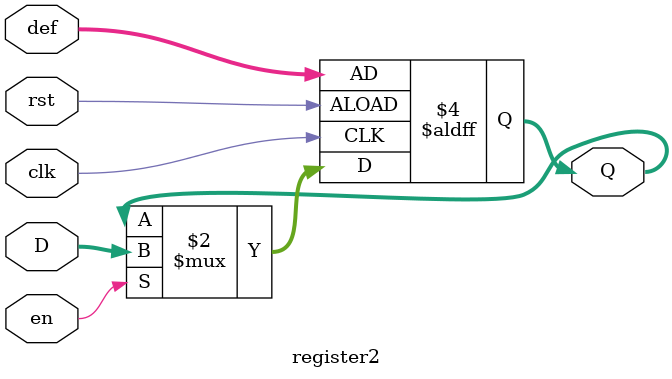
<source format=sv>
module psg
  (output logic [15:0] led,
   output logic ampPWM, ampSD,
   output logic [1:0] JC,
   input  logic cpuClk, clk100, btnCpuReset,
   input  logic we_l, oe_l,
   input  logic [7:0] databus);
   
    //enable pwm output
    assign ampSD = 1'b1;

    logic [3:0] vol0, vol1, vol2, vol3;
    logic [9:0] tone0, tone1, tone2;
    logic [2:0] noise;
    logic we_l, oe_l;
    logic [7:0] databus;
    logic [10:0] regEn, nextEn;
    logic [6:0] dutyCycle;
    logic toneOut0, toneOut1, toneOut2;
    logic signal;

    assign led[10:0] = regEn;

    psgFSM psgFSM0(vol0, vol1, vol2, vol3, tone0, tone1, tone2, noise, regEn, nextEn,
             cpuClk, we_l, oe_l, ~btnCpuReset, databus);    
    
    toneMaker tm0(toneOut0, clk100, ~btnCpuReset, tone0);
    toneMaker tm1(toneOut1, clk100, ~btnCpuReset, tone1);
    toneMaker tm2(toneOut2, clk100, ~btnCpuReset, tone2);
    
    assign dutyCycle = (toneOut0 * (vol0)) + (toneOut1 * (vol1)) + (toneOut2 * (vol2)) + (1'b0 * (vol3)); //TODO: noise
    signalMaker sm0(signal, clk100, ~btnCpuReset, dutyCycle); 
    assign ampPWM = signal;
    
    assign JC = {toneOut0, signal};

endmodule: psg

//creates the each tone -- not PWM
module toneMaker
    (output logic toneOut,
     input  logic clk, rst,
     input  logic [9:0] tone);
     
     bit done, up;
     bit [19:0] cycles, currCycle;
     
     assign cycles = tone * 447;

    always_ff @(posedge clk, posedge rst) begin
        if (rst) begin
            toneOut <= 1'b0;
            currCycle <= 20'b0;
        end
        else begin
            if ((currCycle == cycles) && (cycles != 20'b0)) begin
                currCycle <= 20'b0;
                toneOut <= ~toneOut;
            end
            else currCycle <= currCycle + 1'b1;
        end
    end
    
endmodule: toneMaker

//outputs a given duty cycle
module signalMaker
    (output logic signal,
     input  logic clk, rst,
     input  logic [6:0] dutyCycle);

    logic [6:0] count;

    always_ff @(posedge clk, posedge rst) begin
        if (rst) begin
            count <= 7'b0;
            signal <= 1'b0;
        end
        else begin
            //signal output logic
            if (count < dutyCycle) signal <= 1'b1;
            else signal <= 1'b0;
            
            //done with 100 clock cycles?
            if (count == 100) count <= 7'b0; //reset count to 0          
            else count <= count + 1'b1;
        end
    end

endmodule: signalMaker

/* write to 0x7f */
module psgFSM
  (output logic [3:0] vol0, vol1, vol2, vol3,
   output logic [9:0] tone0, tone1, tone2, 
   output logic [2:0] noise,
   output logic [10:0] regEn, nextEn,
   input  logic clk, we_l, oe_l, rst,
   input  logic [7:0] databus);

  bit [3:0] volD, vol0_internal, vol1_internal, vol2_internal, vol3_internal;
  bit [9:0] whiteNoiseCounter;
  bit [5:0] toneDUpper, tone0U, tone1U, tone2U;
  bit [3:0] toneDLower, tone0L, tone1L, tone2L;
  bit [2:0] noiseD;
  bit [10:0] en;
  bit whiteNoiseRegEn;

  assign vol0 = (~oe_l) ? ~vol0_internal : 4'b0000;
  assign vol1 = (~oe_l) ? ~vol1_internal : 4'b0000;
  assign vol2 = (~oe_l) ? ~vol2_internal : 4'b0000;
  assign vol3 = (~oe_l) ? ~vol3_internal : 4'b0000;

  assign tone0 = {tone0U, tone0L};
  assign tone1 = {tone1U, tone1L};
  assign tone2 = {tone2U, tone2L};

  enum logic [1:0] {Start, Wait, LatchData, Data} currS, nextS;

  assign state = currS;

  always_ff @(posedge clk, posedge rst)
    if (rst) currS <= Start;
    else currS <= nextS;

  //next state logic
  assign nextS = (we_l) ? Wait : (databus[7] ? LatchData : Data);

  bit t;
  bit [1:0] c;
  bit [5:0] d;

  always_comb begin
    //latch/data
    if (currS == LatchData) begin
      c = databus[6:5];
      t = databus[4];
      d = {2'b0, databus[3:0]}; //only use [3:0] of d
    end
    //data, latch stays the same
    else begin
      c = 2'b0;
      t = 1'b0;
      d = databus[5:0];
    end
  end

    assign regEn = en;// & ((we_l) ? 11'b0 : 11'b111_1111_1111);

    //register enables and save databus values
    always_ff @(posedge clk, posedge rst) begin
        if (rst) begin
            en <= 11'b000_0000_0000;
            nextEn <= 11'b000_0000_0000;
            volD <= 4'b1111;
            toneDUpper <= 6'b0;
            toneDLower <= 4'b0;
            noiseD <= 3'b0;
            vol0_internal <= 4'b1111;
            vol1_internal <= 4'b1111;
            vol2_internal <= 4'b1111;
            vol3_internal <= 4'b1111;
            tone0L <= 4'b0;
            tone1L <= 4'b0;
            tone2L <= 4'b0;
            noise <= 3'b0;
            tone0U <= 6'b0;
            tone1U <= 6'b0;
            tone2U <= 6'b0;
        end
    else begin
        //load values
        volD <= d[3:0];
        toneDUpper <= d;
        toneDLower <= d[3:0];
        noiseD <= d[2:0];
        
        if (currS == LatchData) begin
          unique case ({t, c})
            //type = 0
            3'b000: begin
              en <= 11'b000_0001_0000; //enable tone0
              nextEn <= 11'b001_0000_0000; //upper bits of tone0
            end
            3'b001: begin
              en <= 11'b000_0010_0000; //enable tone1
              nextEn <= 11'b010_0000_0000; //upper bits of tone1
            end
            3'b010: begin
              en <= 11'b000_0100_0000; //enable tone2
              nextEn <= 11'b100_0000_0000; //upper bits of tone2
            end
            3'b011: begin
              en <= 11'b000_1000_0000; //enable noise
              nextEn <= 11'b000_1000_0000;
            end
    
            //type = 1
            3'b100: begin
              en <= 11'b000_0000_0001; //enable vol0
              nextEn <= 11'b000_0000_0001;
            end
            3'b101: begin
              en <= 11'b000_0000_0010; //enable vol1
              nextEn <= 11'b000_0000_0010;
            end
            3'b110: begin
              en <= 11'b000_0000_0100; //enable vol2
              nextEn <= 11'b000_0000_0100;
            end
            3'b111: begin
              en <= 11'b000_0000_1000; //enable vol3
              nextEn <= 11'b000_0000_1000;
            end
          endcase
        end
        else if (currS == Wait) en <= 11'b0;
        else en <= nextEn;
        
        //registers
        if (en[0]) vol0_internal <= volD;
        else if (en[1]) vol1_internal <= volD;
        else if (en[2]) vol2_internal <= volD;
        else if (en[3]) vol3_internal <= volD;
        else if (en[4]) tone0L <= toneDLower;
        else if (en[5]) tone1L <= toneDLower;
        else if (en[6]) tone2L <= toneDLower;
        else if (en[7]) noise <= noiseD;
        else if (en[8]) tone0U <= toneDUpper;
        else if (en[9]) tone1U <= toneDUpper;
        else if (en[10]) tone2U <= toneDUpper;
    end
  end

endmodule: psgFSM

/* register with default value */
module register2
  #(parameter WIDTH = 6)
  (input  logic [WIDTH-1:0] D, def,
   input  logic clk, rst, en,
   output logic [WIDTH-1:0] Q);

  always_ff @(posedge clk, posedge rst) begin
    if (rst) Q <= def;
    else if (en) Q <= D;
  end

endmodule: register2
</source>
